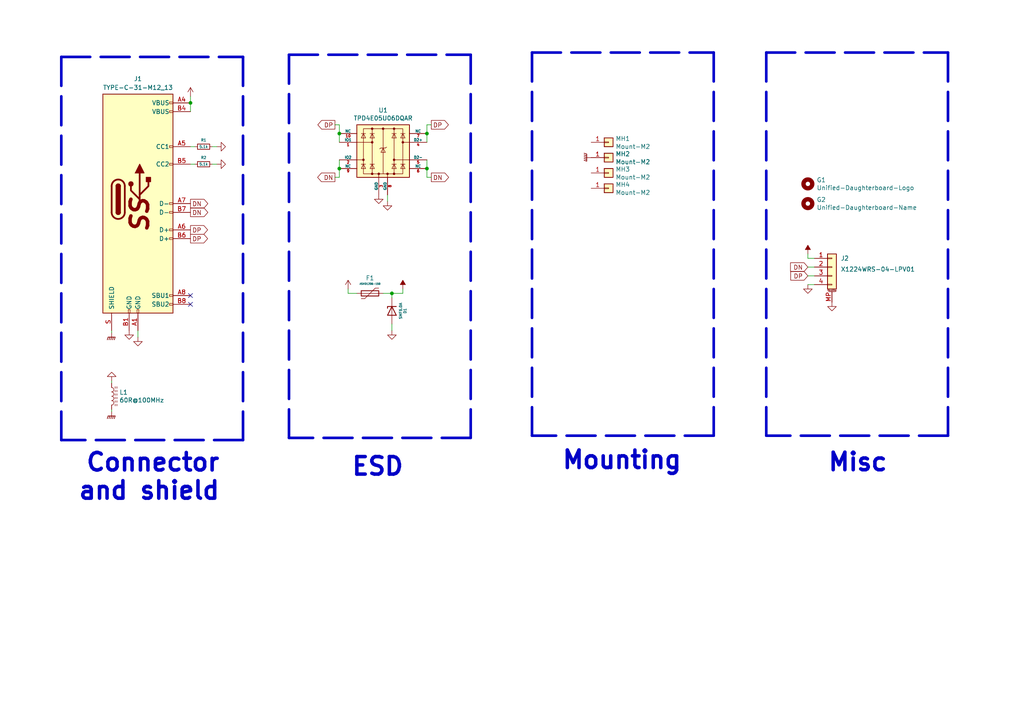
<source format=kicad_sch>
(kicad_sch (version 20211123) (generator eeschema)
  (paper "A4")
  (title_block (title "Unified Daughterboard") (date "2022-10-31") (rev "C4-RC1") (company "Designed by the UDB team"))
  (lib_symbols
    (symbol "Connector_Generic:Conn_01x01" (pin_names (offset 1.016) hide)
      (property "Reference" "J" (at 0 2.54 0))
      (property "Value" "Conn_01x01" (at 0 -2.54 0))
      (symbol "Conn_01x01_1_1"
        (rectangle (start -1.27 0.127) (end 0 -0.127) (stroke (width 0.1524)))
        (rectangle (start -1.27 1.27) (end 1.27 -1.27) (stroke (width 0.254)) (fill (type background)))
        (pin passive line (at -5.08 0 0) (length 3.81) (name "Pin_1") (number "1"))
      )
    )
    (symbol "Connector_Generic_MountingPin:Conn_01x04_MountingPin" (pin_names (offset 1.016) hide)
      (property "Reference" "J" (at 0 5.08 0))
      (property "Value" "Conn_01x04_MountingPin" (at 1.27 -7.62 0))
      (symbol "Conn_01x04_MountingPin_1_1"
        (rectangle (start -1.27 -4.953) (end 0 -5.207) (stroke (width 0.1524)))
        (rectangle (start -1.27 -2.413) (end 0 -2.667) (stroke (width 0.1524)))
        (rectangle (start -1.27 0.127) (end 0 -0.127) (stroke (width 0.1524)))
        (rectangle (start -1.27 2.667) (end 0 2.413) (stroke (width 0.1524)))
        (rectangle (start -1.27 3.81) (end 1.27 -6.35) (stroke (width 0.254)) (fill (type background)))
        (polyline (pts (xy -1.016 -7.112) (xy 1.016 -7.112)) (stroke (width 0.1524)))
        (text "Mounting" (at 0 -6.731 0) (effects (font (size 0.381 0.381))))
        (pin passive line (at -5.08 2.54 0) (length 3.81) (name "Pin_1") (number "1"))
        (pin passive line (at -5.08 0 0) (length 3.81) (name "Pin_2") (number "2"))
        (pin passive line (at -5.08 -2.54 0) (length 3.81) (name "Pin_3") (number "3"))
        (pin passive line (at -5.08 -5.08 0) (length 3.81) (name "Pin_4") (number "4"))
        (pin passive line (at 0 -10.16 90) (length 3.048) (name "MountPin") (number "MP"))
      )
    )
    (symbol "Device:D_Zener" (pin_numbers hide) (pin_names (offset 1.016) hide)
      (property "Reference" "D" (at 0 2.54 0))
      (property "Value" "D_Zener" (at 0 -2.54 0))
      (symbol "D_Zener_0_1"
        (polyline (pts (xy 1.27 0) (xy -1.27 0)))
        (polyline (pts (xy -1.27 -1.27) (xy -1.27 1.27) (xy -0.762 1.27)) (stroke (width 0.254)))
        (polyline (pts (xy 1.27 -1.27) (xy 1.27 1.27) (xy -1.27 0) (xy 1.27 -1.27)) (stroke (width 0.254)))
      )
      (symbol "D_Zener_1_1"
        (pin passive line (at -3.81 0 0) (length 2.54) (name "K") (number "1"))
        (pin passive line (at 3.81 0 180) (length 2.54) (name "A") (number "2"))
      )
    )
    (symbol "Device:Polyfuse" (pin_numbers hide) (pin_names (offset 0))
      (property "Reference" "F" (at -2.54 0 90))
      (property "Value" "Polyfuse" (at 2.54 0 90))
      (symbol "Polyfuse_0_1"
        (rectangle (start -0.762 2.54) (end 0.762 -2.54) (stroke (width 0.254)))
        (polyline (pts (xy 0 2.54) (xy 0 -2.54)))
        (polyline (pts (xy -1.524 2.54) (xy -1.524 1.524) (xy 1.524 -1.524) (xy 1.524 -2.54)))
      )
      (symbol "Polyfuse_1_1"
        (pin passive line (at 0 3.81 270) (length 1.27) (name "~") (number "1"))
        (pin passive line (at 0 -3.81 90) (length 1.27) (name "~") (number "2"))
      )
    )
    (symbol "Device:R_Small" (pin_numbers hide) (pin_names (offset 0.254) hide)
      (property "Reference" "R" (at 0.762 0.508 0))
      (property "Value" "R_Small" (at 0.762 -1.016 0))
      (symbol "R_Small_0_1"
        (rectangle (start -0.762 1.778) (end 0.762 -1.778) (stroke (width 0.2032)))
      )
      (symbol "R_Small_1_1"
        (pin passive line (at 0 2.54 270) (length 0.762) (name "~") (number "1"))
        (pin passive line (at 0 -2.54 90) (length 0.762) (name "~") (number "2"))
      )
    )
    (symbol "GNDPWR_1" (power) (pin_numbers hide) (pin_names (offset 0) hide)
      (property "Value" "GNDPWR_1" (at 0 -3.302 0))
      (symbol "GNDPWR_1_0_1"
        (polyline (pts (xy 0 -1.27) (xy 0 0)))
        (polyline (pts (xy -1.016 -1.27) (xy -1.27 -2.032) (xy -1.27 -2.032)) (stroke (width 0.2032)))
        (polyline (pts (xy -0.508 -1.27) (xy -0.762 -2.032) (xy -0.762 -2.032)) (stroke (width 0.2032)))
        (polyline (pts (xy 0 -1.27) (xy -0.254 -2.032) (xy -0.254 -2.032)) (stroke (width 0.2032)))
        (polyline (pts (xy 0.508 -1.27) (xy 0.254 -2.032) (xy 0.254 -2.032)) (stroke (width 0.2032)))
        (polyline (pts (xy 1.016 -1.27) (xy -1.016 -1.27) (xy -1.016 -1.27)) (stroke (width 0.2032)))
        (polyline (pts (xy 1.016 -1.27) (xy 0.762 -2.032) (xy 0.762 -2.032) (xy 0.762 -2.032)) (stroke (width 0.2032)))
      )
      (symbol "GNDPWR_1_1_1"
        (pin power_in line (at 0 0 270) (length 0) hide (name "GNDPWR") (number "1"))
      )
    )
    (symbol "GND_1" (power) (pin_numbers hide) (pin_names (offset 0) hide)
      (property "Value" "GND_1" (at 0 -3.81 0))
      (symbol "GND_1_0_1"
        (polyline (pts (xy 0 0) (xy 0 -1.27) (xy 1.27 -1.27) (xy 0 -2.54) (xy -1.27 -1.27) (xy 0 -1.27)))
      )
      (symbol "GND_1_1_1"
        (pin power_in line (at 0 0 270) (length 0) hide (name "GND") (number "1"))
      )
    )
    (symbol "Mechanical:MountingHole" (pin_names (offset 1.016))
      (property "Reference" "H" (at 0 5.08 0))
      (property "Value" "MountingHole" (at 0 3.175 0))
      (symbol "MountingHole_0_1"
        (circle (center 0 0) (radius 1.27) (stroke (width 1.27)))
      )
    )
    (symbol "Unified-Daughterboard-rescue:L_Core_Ferrite-Device" (pin_numbers hide) (pin_names (offset 1.016) hide)
      (property "Reference" "L" (at -1.27 0 90))
      (property "Value" "L_Core_Ferrite-Device" (at 2.794 0 90))
      (symbol "L_Core_Ferrite-Device_0_1"
        (arc (start 0 -2.54) (mid 0.635 -1.905) (end 0 -1.27))
        (arc (start 0 -1.27) (mid 0.635 -0.635) (end 0 0))
        (polyline (pts (xy 1.016 -2.794) (xy 1.016 -2.286)))
        (polyline (pts (xy 1.016 -1.778) (xy 1.016 -1.27)))
        (polyline (pts (xy 1.016 -0.762) (xy 1.016 -0.254)))
        (polyline (pts (xy 1.016 0.254) (xy 1.016 0.762)))
        (polyline (pts (xy 1.016 1.27) (xy 1.016 1.778)))
        (polyline (pts (xy 1.016 2.286) (xy 1.016 2.794)))
        (polyline (pts (xy 1.524 -2.286) (xy 1.524 -2.794)))
        (polyline (pts (xy 1.524 -1.27) (xy 1.524 -1.778)))
        (polyline (pts (xy 1.524 -0.254) (xy 1.524 -0.762)))
        (polyline (pts (xy 1.524 0.762) (xy 1.524 0.254)))
        (polyline (pts (xy 1.524 1.778) (xy 1.524 1.27)))
        (polyline (pts (xy 1.524 2.794) (xy 1.524 2.286)))
        (arc (start 0 0) (mid 0.635 0.635) (end 0 1.27))
        (arc (start 0 1.27) (mid 0.635 1.905) (end 0 2.54))
      )
      (symbol "L_Core_Ferrite-Device_1_1"
        (pin passive line (at 0 3.81 270) (length 1.27) (name "1") (number "1"))
        (pin passive line (at 0 -3.81 90) (length 1.27) (name "2") (number "2"))
      )
    )
    (symbol "Unified-Daughterboard-rescue:TPD4E05U06DQAR-acheronSymbols" (pin_names (offset 0))
      (property "Reference" "U" (at 0 12.7 0))
      (property "Value" "TPD4E05U06DQAR-acheronSymbols" (at 0 10.16 0))
      (symbol "TPD4E05U06DQAR-acheronSymbols_0_0"
        (rectangle (start -5.715 6.477) (end 5.715 -6.604))
        (polyline (pts (xy -3.175 -6.604) (xy -3.175 6.477)))
        (polyline (pts (xy 0 6.477) (xy 0 -6.604)))
        (polyline (pts (xy 3.175 6.477) (xy 3.175 -6.604)))
      )
      (symbol "TPD4E05U06DQAR-acheronSymbols_0_1"
        (rectangle (start -7.62 7.62) (end 7.62 -7.62) (stroke (width 0.254)) (fill (type background)))
        (circle (center -5.715 -2.54) (radius 0.2794) (fill (type outline)))
        (circle (center -3.175 -6.604) (radius 0.2794) (fill (type outline)))
        (circle (center -3.175 2.54) (radius 0.2794) (fill (type outline)))
        (circle (center -3.175 6.477) (radius 0.2794) (fill (type outline)))
        (circle (center -1.27 -6.604) (radius 0.2794) (fill (type outline)))
        (polyline (pts (xy -7.747 2.54) (xy -3.175 2.54)))
        (polyline (pts (xy -7.62 -2.54) (xy -5.715 -2.54)))
        (polyline (pts (xy -5.08 -3.81) (xy -6.35 -3.81)))
        (polyline (pts (xy -5.08 5.08) (xy -6.35 5.08)))
        (polyline (pts (xy -2.54 -3.81) (xy -3.81 -3.81)))
        (polyline (pts (xy -2.54 5.08) (xy -3.81 5.08)))
        (polyline (pts (xy -1.27 -6.604) (xy -1.27 -7.62)))
        (polyline (pts (xy -0.635 0.889) (xy -1.016 0.635)))
        (polyline (pts (xy 0.635 0.889) (xy -0.635 0.889)))
        (polyline (pts (xy 0.635 0.889) (xy 1.016 1.143)))
        (polyline (pts (xy 3.81 -3.81) (xy 2.54 -3.81)))
        (polyline (pts (xy 3.81 5.08) (xy 2.54 5.08)))
        (polyline (pts (xy 6.35 -3.81) (xy 5.08 -3.81)))
        (polyline (pts (xy 6.35 5.08) (xy 5.08 5.08)))
        (polyline (pts (xy 7.62 -2.54) (xy 3.175 -2.54)))
        (polyline (pts (xy 7.62 2.54) (xy 5.715 2.54)))
        (polyline (pts (xy -5.08 -5.08) (xy -6.35 -5.08) (xy -5.715 -3.81) (xy -5.08 -5.08)))
        (polyline (pts (xy -5.08 3.81) (xy -6.35 3.81) (xy -5.715 5.08) (xy -5.08 3.81)))
        (polyline (pts (xy -2.54 -5.08) (xy -3.81 -5.08) (xy -3.175 -3.81) (xy -2.54 -5.08)))
        (polyline (pts (xy -2.54 3.81) (xy -3.81 3.81) (xy -3.175 5.08) (xy -2.54 3.81)))
        (polyline (pts (xy 0.635 -0.381) (xy -0.635 -0.381) (xy 0 0.889) (xy 0.635 -0.381)))
        (polyline (pts (xy 3.81 -5.08) (xy 2.54 -5.08) (xy 3.175 -3.81) (xy 3.81 -5.08)))
        (polyline (pts (xy 3.81 3.81) (xy 2.54 3.81) (xy 3.175 5.08) (xy 3.81 3.81)))
        (polyline (pts (xy 6.35 -5.08) (xy 5.08 -5.08) (xy 5.715 -3.81) (xy 6.35 -5.08)))
        (polyline (pts (xy 6.35 3.81) (xy 5.08 3.81) (xy 5.715 5.08) (xy 6.35 3.81)))
        (circle (center 0 6.477) (radius 0.2794) (fill (type outline)))
        (circle (center 3.175 -6.604) (radius 0.2794) (fill (type outline)))
        (circle (center 3.175 -2.54) (radius 0.2794) (fill (type outline)))
        (circle (center 3.175 6.477) (radius 0.2794) (fill (type outline)))
        (circle (center 5.715 2.54) (radius 0.2794) (fill (type outline)))
      )
      (symbol "TPD4E05U06DQAR-acheronSymbols_1_1"
        (polyline (pts (xy 1.27 -6.604) (xy 1.27 -7.62)))
        (circle (center 1.27 -6.604) (radius 0.2794) (fill (type outline)))
        (pin bidirectional line (at -12.7 2.54 0) (length 5.08) (name "IO1") (number "1"))
        (pin bidirectional line (at -12.7 5.08 0) (length 5.08) (name "NC") (number "10"))
        (pin bidirectional line (at -12.7 -2.54 0) (length 5.08) (name "IO2") (number "2"))
        (pin power_in line (at -1.27 -12.7 90) (length 5.08) (name "GND") (number "3"))
        (pin bidirectional line (at 12.7 2.54 180) (length 5.08) (name "D2+") (number "4"))
        (pin bidirectional line (at 12.7 -2.54 180) (length 5.08) (name "D2-") (number "5"))
        (pin bidirectional line (at 12.7 -5.08 180) (length 5.08) (name "NC") (number "6"))
        (pin bidirectional line (at 12.7 5.08 180) (length 5.08) (name "NC") (number "7"))
        (pin power_in line (at 1.27 -12.7 90) (length 5.08) (name "GND") (number "8"))
        (pin bidirectional line (at -12.7 -5.08 0) (length 5.08) (name "NC") (number "9"))
      )
    )
    (symbol "Unified-Daughterboard-rescue:TYPE-C-31-M12_13-acheronSymbols" (pin_names (offset 1.016))
      (property "Reference" "J" (at -1.27 35.56 0))
      (property "Value" "TYPE-C-31-M12_13-acheronSymbols" (at 10.16 33.02 0))
      (symbol "TYPE-C-31-M12_13-acheronSymbols_0_0"
        (rectangle (start -0.254 -31.75) (end 0.254 -30.734))
        (rectangle (start 10.16 -28.956) (end 9.144 -29.464))
        (rectangle (start 10.16 -26.416) (end 9.144 -26.924))
        (rectangle (start 10.16 -9.906) (end 9.144 -10.414))
        (rectangle (start 10.16 -7.366) (end 9.144 -7.874))
        (rectangle (start 10.16 -2.286) (end 9.144 -2.794))
        (rectangle (start 10.16 0.254) (end 9.144 -0.254))
        (rectangle (start 10.16 11.684) (end 9.144 11.176))
        (rectangle (start 10.16 16.764) (end 9.144 16.256))
        (rectangle (start 10.16 29.464) (end 9.144 28.956))
        (text "SS" (at 0.508 -3.175 900) (effects (font (size 5.08 5.08) bold italic)))
      )
      (symbol "TYPE-C-31-M12_13-acheronSymbols_0_1"
        (rectangle (start -10.16 31.75) (end 10.16 -31.75) (stroke (width 0.254)) (fill (type background)))
        (arc (start -7.62 -2.54) (mid -5.715 -4.445) (end -3.81 -2.54) (stroke (width 0.508)))
        (arc (start -6.35 -2.54) (mid -5.715 -3.175) (end -5.08 -2.54) (stroke (width 0.254)))
        (arc (start -6.35 -2.54) (mid -5.715 -3.175) (end -5.08 -2.54) (stroke (width 0.254)) (fill (type outline)))
        (rectangle (start -6.35 -2.54) (end -5.08 5.08) (stroke (width 0.254)) (fill (type outline)))
        (arc (start -5.08 5.08) (mid -5.715 5.715) (end -6.35 5.08) (stroke (width 0.254)))
        (arc (start -5.08 5.08) (mid -5.715 5.715) (end -6.35 5.08) (stroke (width 0.254)) (fill (type outline)))
        (arc (start -3.81 5.08) (mid -5.715 6.985) (end -7.62 5.08) (stroke (width 0.508)))
        (circle (center -2.032 5.715) (radius 0.635) (stroke (width 0.254)) (fill (type outline)))
        (polyline (pts (xy -7.62 -2.54) (xy -7.62 5.08)) (stroke (width 0.508)))
        (polyline (pts (xy -3.81 5.08) (xy -3.81 -2.54)) (stroke (width 0.508)))
        (polyline (pts (xy 0.508 0) (xy 0.508 8.89)) (stroke (width 0.508)))
        (polyline (pts (xy 0.508 1.27) (xy -2.032 3.81) (xy -2.032 5.08)) (stroke (width 0.508)))
        (polyline (pts (xy 0.508 2.54) (xy 3.048 5.08) (xy 3.048 6.35)) (stroke (width 0.508)))
        (polyline (pts (xy -0.762 8.89) (xy 0.508 11.43) (xy 1.778 8.89) (xy -0.762 8.89)) (stroke (width 0.254)) (fill (type outline)))
        (rectangle (start 2.413 6.35) (end 3.683 7.62) (stroke (width 0.254)) (fill (type outline)))
      )
      (symbol "TYPE-C-31-M12_13-acheronSymbols_1_1"
        (rectangle (start -2.794 -31.75) (end -2.286 -30.734))
        (rectangle (start 10.16 26.924) (end 9.144 26.416))
        (pin power_out line (at 0 -36.83 90) (length 5.08) (name "GND") (number "A1"))
        (pin power_out line (at 15.24 29.21 180) (length 5.08) (name "VBUS") (number "A4"))
        (pin bidirectional line (at 15.24 16.51 180) (length 5.08) (name "CC1") (number "A5"))
        (pin bidirectional line (at 15.24 -7.62 180) (length 5.08) (name "D+") (number "A6"))
        (pin bidirectional line (at 15.24 0 180) (length 5.08) (name "D-") (number "A7"))
        (pin bidirectional line (at 15.24 -26.67 180) (length 5.08) (name "SBU1") (number "A8"))
        (pin power_out line (at -2.54 -36.83 90) (length 5.08) (name "GND") (number "B1"))
        (pin power_out line (at 15.24 26.67 180) (length 5.08) (name "VBUS") (number "B4"))
        (pin bidirectional line (at 15.24 11.43 180) (length 5.08) (name "CC2") (number "B5"))
        (pin bidirectional line (at 15.24 -10.16 180) (length 5.08) (name "D+") (number "B6"))
        (pin bidirectional line (at 15.24 -2.54 180) (length 5.08) (name "D-") (number "B7"))
        (pin bidirectional line (at 15.24 -29.21 180) (length 5.08) (name "SBU2") (number "B8"))
        (pin passive line (at -7.62 -36.83 90) (length 5.08) (name "SHIELD") (number "S"))
      )
    )
    (symbol "VBUS_1" (power) (pin_numbers hide) (pin_names (offset 0) hide)
      (property "Value" "VBUS_1" (at 0 3.81 0))
      (symbol "VBUS_1_0_1"
        (polyline (pts (xy -0.762 1.27) (xy 0 2.54)))
        (polyline (pts (xy 0 0) (xy 0 2.54)))
        (polyline (pts (xy 0 2.54) (xy 0.762 1.27)))
      )
      (symbol "VBUS_1_1_1"
        (pin power_in line (at 0 0 90) (length 0) hide (name "VBUS") (number "1"))
      )
    )
    (symbol "power:GND" (power) (pin_numbers hide) (pin_names (offset 0) hide)
      (property "Value" "GND" (at 0 -3.81 0))
      (symbol "GND_0_1"
        (polyline (pts (xy 0 0) (xy 0 -1.27) (xy 1.27 -1.27) (xy 0 -2.54) (xy -1.27 -1.27) (xy 0 -1.27)))
      )
      (symbol "GND_1_1"
        (pin power_in line (at 0 0 270) (length 0) hide (name "GND") (number "1"))
      )
    )
    (symbol "power:GNDPWR" (power) (pin_numbers hide) (pin_names (offset 0) hide)
      (property "Value" "GNDPWR" (at 0 -3.302 0))
      (symbol "GNDPWR_0_1"
        (polyline (pts (xy 0 -1.27) (xy 0 0)))
        (polyline (pts (xy -1.016 -1.27) (xy -1.27 -2.032) (xy -1.27 -2.032)) (stroke (width 0.2032)))
        (polyline (pts (xy -0.508 -1.27) (xy -0.762 -2.032) (xy -0.762 -2.032)) (stroke (width 0.2032)))
        (polyline (pts (xy 0 -1.27) (xy -0.254 -2.032) (xy -0.254 -2.032)) (stroke (width 0.2032)))
        (polyline (pts (xy 0.508 -1.27) (xy 0.254 -2.032) (xy 0.254 -2.032)) (stroke (width 0.2032)))
        (polyline (pts (xy 1.016 -1.27) (xy -1.016 -1.27) (xy -1.016 -1.27)) (stroke (width 0.2032)))
        (polyline (pts (xy 1.016 -1.27) (xy 0.762 -2.032) (xy 0.762 -2.032) (xy 0.762 -2.032)) (stroke (width 0.2032)))
      )
      (symbol "GNDPWR_1_1"
        (pin power_in line (at 0 0 270) (length 0) hide (name "GNDPWR") (number "1"))
      )
    )
    (symbol "power:VCOM" (power) (pin_numbers hide) (pin_names (offset 0) hide)
      (property "Value" "VCOM" (at 0 3.81 0))
      (symbol "VCOM_0_1"
        (polyline (pts (xy 0 0) (xy 0 2.54)))
        (polyline (pts (xy 0.762 1.27) (xy -0.762 1.27) (xy 0 2.54) (xy 0.762 1.27)) (fill (type outline)))
      )
      (symbol "VCOM_1_1"
        (pin power_in line (at 0 0 90) (length 0) hide (name "VCOM") (number "1"))
      )
    )
  )
  (junction (at 98.425 38.735))
  (junction (at 98.425 48.895))
  (junction (at 55.245 29.845))
  (junction (at 113.665 85.09))
  (junction (at 123.825 38.735))
  (junction (at 123.825 48.895))
  (no_connect (at 55.245 85.725))
  (no_connect (at 55.245 88.265))
  (polyline (pts (xy 222.25 15.24) (xy 274.955 15.24)) (stroke (width 0.762)))
  (wire (pts (xy 123.825 51.435) (xy 125.095 51.435)))
  (wire (pts (xy 98.425 38.735) (xy 98.425 41.275)))
  (wire (pts (xy 111.125 85.09) (xy 113.665 85.09)))
  (wire (pts (xy 123.825 38.735) (xy 123.825 41.275)))
  (wire (pts (xy 55.245 47.625) (xy 56.515 47.625)))
  (polyline (pts (xy 83.82 15.875) (xy 83.82 127)) (stroke (width 0.762)))
  (wire (pts (xy 32.385 110.49) (xy 32.385 111.125)))
  (polyline (pts (xy 17.78 16.51) (xy 17.78 127.635)) (stroke (width 0.762)))
  (wire (pts (xy 234.315 74.93) (xy 236.22 74.93)))
  (wire (pts (xy 123.825 48.895) (xy 123.825 51.435)))
  (polyline (pts (xy 222.25 15.24) (xy 222.25 126.365)) (stroke (width 0.762)))
  (wire (pts (xy 113.665 85.09) (xy 116.84 85.09)))
  (polyline (pts (xy 207.01 15.24) (xy 207.01 126.365)) (stroke (width 0.762)))
  (wire (pts (xy 236.22 77.47) (xy 234.315 77.47)))
  (wire (pts (xy 125.095 36.195) (xy 123.825 36.195)))
  (wire (pts (xy 234.315 80.01) (xy 236.22 80.01)))
  (polyline (pts (xy 17.78 16.51) (xy 70.485 16.51)) (stroke (width 0.762)))
  (wire (pts (xy 55.245 42.545) (xy 56.515 42.545)))
  (wire (pts (xy 113.665 93.98) (xy 113.665 95.885)))
  (wire (pts (xy 61.595 42.545) (xy 62.865 42.545)))
  (wire (pts (xy 97.155 51.435) (xy 98.425 51.435)))
  (wire (pts (xy 97.155 36.195) (xy 98.425 36.195)))
  (polyline (pts (xy 136.525 127) (xy 83.82 127)) (stroke (width 0.762)))
  (wire (pts (xy 61.595 47.625) (xy 62.865 47.625)))
  (wire (pts (xy 123.825 46.355) (xy 123.825 48.895)))
  (wire (pts (xy 100.965 85.09) (xy 103.505 85.09)))
  (wire (pts (xy 234.315 82.55) (xy 236.22 82.55)))
  (wire (pts (xy 55.245 29.845) (xy 55.245 32.385)))
  (wire (pts (xy 98.425 36.195) (xy 98.425 38.735)))
  (polyline (pts (xy 274.955 126.365) (xy 222.25 126.365)) (stroke (width 0.762)))
  (wire (pts (xy 32.385 118.745) (xy 32.385 119.38)))
  (polyline (pts (xy 83.82 15.875) (xy 136.525 15.875)) (stroke (width 0.762)))
  (wire (pts (xy 55.245 27.94) (xy 55.245 29.845)))
  (polyline (pts (xy 154.305 15.24) (xy 154.305 126.365)) (stroke (width 0.762)))
  (polyline (pts (xy 70.485 127.635) (xy 17.78 127.635)) (stroke (width 0.762)))
  (wire (pts (xy 100.965 83.82) (xy 100.965 85.09)))
  (polyline (pts (xy 274.955 15.24) (xy 274.955 126.365)) (stroke (width 0.762)))
  (wire (pts (xy 98.425 51.435) (xy 98.425 48.895)))
  (wire (pts (xy 98.425 46.355) (xy 98.425 48.895)))
  (polyline (pts (xy 207.01 126.365) (xy 154.305 126.365)) (stroke (width 0.762)))
  (wire (pts (xy 113.665 85.09) (xy 113.665 86.36)))
  (wire (pts (xy 116.84 83.82) (xy 116.84 85.09)))
  (wire (pts (xy 112.395 56.515) (xy 112.395 58.42)))
  (wire (pts (xy 32.385 95.885) (xy 32.385 96.52)))
  (wire (pts (xy 123.825 36.195) (xy 123.825 38.735)))
  (wire (pts (xy 40.005 95.885) (xy 40.005 97.79)))
  (wire (pts (xy 234.315 73.66) (xy 234.315 74.93)))
  (polyline (pts (xy 70.485 16.51) (xy 70.485 127.635)) (stroke (width 0.762)))
  (polyline (pts (xy 154.305 15.24) (xy 207.01 15.24)) (stroke (width 0.762)))
  (polyline (pts (xy 136.525 15.875) (xy 136.525 127)) (stroke (width 0.762)))
  (text "Connector\nand shield" (at 64.135 145.415 180) (effects (font (size 5.08 5.08) (thickness 1.016) bold) (justify right bottom)))
  (text "Misc" (at 257.81 137.16 180) (effects (font (size 5.08 5.08) (thickness 1.016) bold) (justify right bottom)))
  (text "Mounting" (at 198.12 136.525 180) (effects (font (size 5.08 5.08) (thickness 1.016) bold) (justify right bottom)))
  (text "ESD" (at 117.475 138.43 180) (effects (font (size 5.08 5.08) (thickness 1.016) bold) (justify right bottom)))
  (global_label "DN" (shape output) (at 55.245 59.055 0) (property "Intersheet References" "${INTERSHEET_REFS}" (effects hide)))
  (global_label "DN" (shape output) (at 55.245 61.595 0) (property "Intersheet References" "${INTERSHEET_REFS}" (effects hide)))
  (global_label "DN" (shape output) (at 125.095 51.435 0) (property "Intersheet References" "${INTERSHEET_REFS}" (effects hide)))
  (global_label "DP" (shape output) (at 55.245 69.215 0) (property "Intersheet References" "${INTERSHEET_REFS}" (effects hide)))
  (global_label "DN" (shape output) (at 97.155 51.435 180) (property "Intersheet References" "${INTERSHEET_REFS}" (effects hide)))
  (global_label "DP" (shape output) (at 55.245 66.675 0) (property "Intersheet References" "${INTERSHEET_REFS}" (effects hide)))
  (global_label "DN" (shape input) (at 234.315 77.47 180) (property "Intersheet References" "${INTERSHEET_REFS}" (effects hide)))
  (global_label "DP" (shape output) (at 97.155 36.195 180) (property "Intersheet References" "${INTERSHEET_REFS}" (effects hide)))
  (global_label "DP" (shape input) (at 234.315 80.01 180) (property "Intersheet References" "${INTERSHEET_REFS}" (effects hide)))
  (global_label "DP" (shape output) (at 125.095 36.195 0) (property "Intersheet References" "${INTERSHEET_REFS}" (effects hide)))
  (symbol (lib_id "Connector_Generic_MountingPin:Conn_01x04_MountingPin") (at 241.3 77.47 0) (unit 1)
    (property "Reference" "J2" (at 243.84 74.93 0) (effects (justify left)))
    (property "Value" "X1224WRS-04-LPV01" (at 243.84 78.105 0) (effects (justify left)))
    (property "Footprint" "acheron_Connectors:MOLEX_781710004_MountingReliefs" (effects hide))
    (property "Manufacturer" "XKB Connectivity" (effects hide))
    (property "Manufacturer Part Number" "X1224WRS-04-LPV01" (effects hide))
    (property "LCSC" "C528030" (effects hide))
    (property "JLCPCB_CORRECTION" "0; 2; 0" (effects hide))
  )
  (symbol (lib_id "Device:R_Small") (at 59.055 42.545 90) (unit 1)
    (property "Reference" "R1" (at 59.055 40.64 90) (effects (font (size 0.762 0.762))))
    (property "Value" "5.1k" (at 59.055 42.545 90) (effects (font (size 0.762 0.762))))
    (property "Footprint" "Resistor_SMD:R_0402_1005Metric" (effects hide))
    (property "Package" "R0402" (effects hide))
    (property "LCSC" "C138073" (effects hide))
  )
  (symbol (lib_id "Device:R_Small") (at 59.055 47.625 90) (unit 1)
    (property "Reference" "R2" (at 59.055 45.72 90) (effects (font (size 0.762 0.762))))
    (property "Value" "5.1k" (at 59.055 47.625 90) (effects (font (size 0.762 0.762))))
    (property "Footprint" "Resistor_SMD:R_0402_1005Metric" (effects hide))
    (property "Package" "R0402" (effects hide))
    (property "LCSC" "C138073" (effects hide))
  )
  (symbol (lib_id "power:GND") (at 234.315 82.55 0) (unit 1)
    (property "Reference" "#PWR08" (effects hide))
    (property "Value" "GND" (effects hide))
  )
  (symbol (lib_id "Connector_Generic:Conn_01x01") (at 176.53 41.275 0) (unit 1) (in_bom no)
    (property "Reference" "MH1" (at 178.5366 40.2082 0) (effects (justify left)))
    (property "Value" "Mount-M2" (at 178.5366 42.5196 0) (effects (justify left)))
    (property "Footprint" "random-keyboard-parts:Generic-Mounthole" (effects hide))
  )
  (symbol (lib_id "Connector_Generic:Conn_01x01") (at 176.53 45.72 0) (unit 1) (in_bom no)
    (property "Reference" "MH2" (at 178.5366 44.6532 0) (effects (justify left)))
    (property "Value" "Mount-M2" (at 178.5366 46.9646 0) (effects (justify left)))
    (property "Footprint" "random-keyboard-parts:Generic-Mounthole" (effects hide))
  )
  (symbol (lib_id "Connector_Generic:Conn_01x01") (at 176.53 50.165 0) (unit 1) (in_bom no)
    (property "Reference" "MH3" (at 178.5366 49.0982 0) (effects (justify left)))
    (property "Value" "Mount-M2" (at 178.5366 51.4096 0) (effects (justify left)))
    (property "Footprint" "random-keyboard-parts:Generic-Mounthole" (effects hide))
  )
  (symbol (lib_id "Connector_Generic:Conn_01x01") (at 176.53 54.61 0) (unit 1) (in_bom no)
    (property "Reference" "MH4" (at 178.5366 53.5432 0) (effects (justify left)))
    (property "Value" "Mount-M2" (at 178.5366 55.8546 0) (effects (justify left)))
    (property "Footprint" "random-keyboard-parts:Generic-Mounthole" (effects hide))
  )
  (symbol (lib_id "Device:D_Zener") (at 113.665 90.17 90) (mirror x) (unit 1)
    (property "Reference" "D1" (at 117.475 90.17 0) (effects (font (size 0.762 0.762))))
    (property "Value" "SMF6.0A" (at 116.205 90.17 0) (effects (font (size 0.762 0.762))))
    (property "Footprint" "acheron_Components:D_SOD-123" (effects hide))
    (property "Package" "SOD-123FL" (effects hide))
    (property "Manufacturer" "FTR" (effects hide))
    (property "Manufacturer Part Number" "SMF6.0A" (effects hide))
    (property "LCSC" "C708002" (effects hide))
  )
  (symbol (lib_id "Unified-Daughterboard-rescue:TYPE-C-31-M12_13-acheronSymbols") (at 40.005 59.055 0) (unit 1)
    (property "Reference" "J1" (at 40.005 22.86 0))
    (property "Value" "TYPE-C-31-M12_13" (at 40.005 25.4 0))
    (property "Footprint" "acheron_Connectors:TYPE-C-31-M-12" (effects hide))
    (property "Manufacturer" "Korean Hroparts" (effects hide))
    (property "Manufacturer Part Number" "TYPE-C-31-M-12" (effects hide))
    (property "LCSC" "C165948" (effects hide))
    (property "JLCPCB_CORRECTION" "0; 3; 0" (effects hide))
  )
  (symbol (lib_name "GNDPWR_1") (lib_id "power:GNDPWR") (at 32.385 96.52 0) (unit 1)
    (property "Reference" "#PWR014" (effects hide))
    (property "Value" "GNDPWR" (effects hide))
  )
  (symbol (lib_name "VBUS_1") (lib_id "power:VBUS") (at 55.245 27.94 0) (unit 1)
    (property "Reference" "#PWR01" (effects hide))
    (property "Value" "VBUS" (effects hide))
  )
  (symbol (lib_id "Mechanical:MountingHole") (at 234.315 59.055 0) (unit 1) (in_bom no)
    (property "Reference" "G2" (at 236.855 57.912 0) (effects (justify left)))
    (property "Value" "Unified-Daughterboard-Name" (at 236.855 60.198 0) (effects (justify left)))
    (property "Footprint" "Unified-Daughterboard-Logo:Unified-Daughterboard-Name.pretty" (effects hide))
  )
  (symbol (lib_id "power:GNDPWR") (at 171.45 45.72 270) (unit 1)
    (property "Reference" "#PWR03" (effects hide))
    (property "Value" "GNDPWR" (effects hide))
  )
  (symbol (lib_id "Unified-Daughterboard-rescue:TPD4E05U06DQAR-acheronSymbols") (at 111.125 43.815 0) (unit 1)
    (property "Reference" "U1" (at 111.125 31.9786 0))
    (property "Value" "TPD4E05U06DQAR" (at 111.125 34.29 0))
    (property "Footprint" "acheron_Components:USON-10_2.5x1.0mm_P0.5mm" (effects hide))
    (property "Manufacturer" "Texas Instruments" (effects hide))
    (property "Manufacturer Part Number" "TPD4E05U06DQAR" (effects hide))
    (property "Package" "uSON-10" (effects hide))
    (property "LCSC" "C138714" (effects hide))
    (property "JLCPCB_CORRECTION" "0; 0; 270" (effects hide))
  )
  (symbol (lib_id "Device:Polyfuse") (at 107.315 85.09 90) (unit 1)
    (property "Reference" "F1" (at 107.315 80.645 90))
    (property "Value" "ASMD1206-150" (at 107.315 82.3214 90) (effects (font (size 0.508 0.508))))
    (property "Footprint" "Fuse:Fuse_1206_3216Metric" (effects hide))
    (property "Manufacturer" "Shenzhen JDT Fuse" (effects hide))
    (property "Manufacturer Part Number" "ASMD1206-150" (effects hide))
    (property "LCSC" "C135342" (effects hide))
    (property "Package" "F1206" (effects hide))
  )
  (symbol (lib_id "Unified-Daughterboard-rescue:L_Core_Ferrite-Device") (at 32.385 114.935 0) (unit 1)
    (property "Reference" "L1" (at 34.6202 113.792 0) (effects (justify left)))
    (property "Value" "60R@100MHz" (at 34.6202 116.078 0) (effects (justify left)))
    (property "Footprint" "Inductor_SMD:L_1206_3216Metric" (effects hide))
    (property "Manufacturer" "MELED Industrial" (effects hide))
    (property "Manufacturer Part Number" "MLB3216-600P4A(f)" (effects hide))
    (property "Package" "L1206" (effects hide))
    (property "LCSC" "C33600" (effects hide))
  )
  (symbol (lib_id "Mechanical:MountingHole") (at 234.315 53.34 0) (unit 1) (in_bom no)
    (property "Reference" "G1" (at 236.855 52.197 0) (effects (justify left)))
    (property "Value" "Unified-Daughterboard-Logo" (at 236.855 54.483 0) (effects (justify left)))
    (property "Footprint" "Unified-Daughterboard-Logo:Unified-Daughterboard-Logo.pretty" (effects hide))
  )
  (symbol (lib_name "GND_1") (lib_id "power:GND") (at 112.395 58.42 0) (unit 1)
    (property "Reference" "#PWR06" (effects hide))
    (property "Value" "GND" (effects hide))
  )
  (symbol (lib_name "GNDPWR_1") (lib_id "power:GNDPWR") (at 32.385 119.38 0) (unit 1)
    (property "Reference" "#PWR017" (effects hide))
    (property "Value" "GNDPWR" (effects hide))
  )
  (symbol (lib_name "VBUS_1") (lib_id "power:VBUS") (at 100.965 83.82 0) (unit 1)
    (property "Reference" "#PWR09" (effects hide))
    (property "Value" "VBUS" (effects hide))
  )
  (symbol (lib_id "power:GND") (at 241.3 87.63 0) (unit 1)
    (property "Reference" "#PWR011" (effects hide))
    (property "Value" "GND" (effects hide))
  )
  (symbol (lib_name "GND_1") (lib_id "power:GND") (at 113.665 95.885 0) (unit 1)
    (property "Reference" "#PWR013" (effects hide))
    (property "Value" "GND" (effects hide))
  )
  (symbol (lib_name "GND_1") (lib_id "power:GND") (at 40.005 97.79 0) (unit 1)
    (property "Reference" "#PWR015" (effects hide))
    (property "Value" "GND" (effects hide))
  )
  (symbol (lib_name "GND_1") (lib_id "power:GND") (at 62.865 47.625 90) (unit 1)
    (property "Reference" "#PWR04" (effects hide))
    (property "Value" "GND" (effects hide))
  )
  (symbol (lib_id "power:VCOM") (at 234.315 73.66 0) (unit 1)
    (property "Reference" "#PWR07" (effects hide))
    (property "Value" "VCOM" (effects hide))
  )
  (symbol (lib_name "GND_1") (lib_id "power:GND") (at 62.865 42.545 90) (unit 1)
    (property "Reference" "#PWR02" (effects hide))
    (property "Value" "GND" (effects hide))
  )
  (symbol (lib_id "power:VCOM") (at 116.84 83.82 0) (unit 1)
    (property "Reference" "#PWR010" (effects hide))
    (property "Value" "VCOM" (effects hide))
  )
  (symbol (lib_name "GND_1") (lib_id "power:GND") (at 32.385 110.49 180) (unit 1)
    (property "Reference" "#PWR016" (effects hide))
    (property "Value" "GND" (effects hide))
  )
  (symbol (lib_name "GND_1") (lib_id "power:GND") (at 37.465 95.885 0) (unit 1)
    (property "Reference" "#PWR012" (effects hide))
    (property "Value" "GND" (effects hide))
  )
  (symbol (lib_name "GND_1") (lib_id "power:GND") (at 109.855 56.515 0) (unit 1)
    (property "Reference" "#PWR05" (effects hide))
    (property "Value" "GND" (effects hide))
  )
)
</source>
